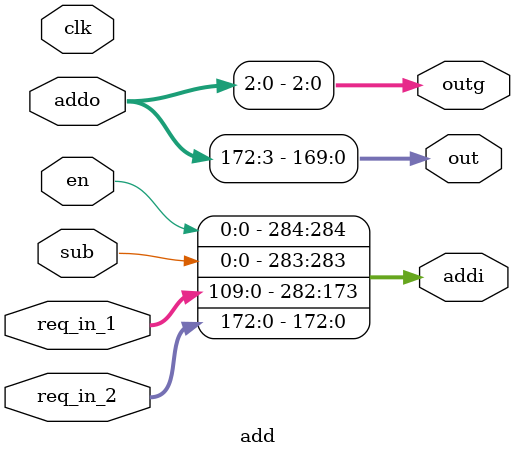
<source format=sv>
typedef struct packed {
   logic       en;
   logic [26:0] req_in_1;
   logic [26:0] req_in_2;
} mulit;

typedef struct packed {
   logic [53:0] out;
} mulot;

typedef struct packed {
   logic       en;
   logic       sub;
   logic [109:0] req_in_1;
   logic [172:0] req_in_2;
} addit;

typedef struct packed {
   logic [169:0] out;
   logic [2:0]   outg;
} addot;

module fma
  (
   input logic         clk,
   input logic         reset,
   input logic         req,
   input integer       req_command,
   input logic [63:0]  x,
   input logic [63:0]  y,
   input logic [63:0]  z,
   output logic [63:0] rslt,
   output logic [4:0]  flag
   );

   mulit muli00,muli01;
   mulot mulo00,mulo01;
   mulit muli10,muli11;
   mulot mulo10,mulo11;
   mulit mulis0,mulis1;
   mulot mulos0,mulos1;

   always_comb begin
      if(muli00.en)begin
         mulis0 = muli00;
         mulis1 = muli01;
      end else begin
         mulis0 = muli10;
         mulis1 = muli11;
      end
      mulo00 = mulos0;
      mulo01 = mulos1;
      mulo10 = mulos0;
      mulo11 = mulos1;
   end

   mul0 mul0
     (
      .clk(clk),
      .en(mulis0.en),
      .out(mulos0.out[53:0]),
      .req_in_1(mulis0.req_in_1[26:0]),
      .req_in_2(mulis0.req_in_2[26:0])
   );

   mul0 mul1
     (
      .clk(clk),
      .en(mulis1.en),
      .out(mulos1.out[53:0]),
      .req_in_1(mulis1.req_in_1[26:0]),
      .req_in_2(mulis1.req_in_2[26:0])
   );

   addit addi1;
   addot addo1;
   addit addi2;
   addot addo2;
   addit addis;
   addot addos;

   always_comb begin
      if(addi1.en)begin
         addis = addi1;
      end else begin
         addis = addi2;
      end
      addo1 = addos;
      addo2 = addos;
   end

   add0 add0
     (
      .clk(clk),
      .en(addis.en),
      .out(addos.out[169:0]),
      .outg(addos.outg[2:0]),
      .sub(addis.sub),
      .req_in_1(addis.req_in_1[109:0]),
      .req_in_2(addis.req_in_2[172:0])
   );

   fmad fmad
     (
      .clk(clk),
      .reset(reset),
      .req(req),
      .req_command(req_command),
      .x(x[63:0]),
      .y(y[63:0]),
      .z(z[63:0]),
      .rslt(rslt[63:0]),
      .flag(flag[4:0]),
      .muli00(muli00),
      .mulo00(mulo00),
      .muli01(muli01),
      .mulo01(mulo01),
      .muli10(muli10),
      .mulo10(mulo10),
      .muli11(muli11),
      .mulo11(mulo11),
      .addi1(addi1),
      .addo1(addo1),
      .addi2(addi2),
      .addo2(addo2)
      );

endmodule

module mul
  (
   input logic         clk,
   input logic         en,
   output logic [79:0] out,
   input logic [52:0]  req_in_1,
   input logic [26:0]  req_in_2,
   output              mulit muli,
   input               mulot mulo
   );

   assign muli.en = en;
   assign muli.req_in_1 = req_in_1;
   assign muli.req_in_2 = req_in_2;
   assign out = mulo.out;

endmodule

module add
  (
   input logic          clk,
   input logic          en,
   output logic [169:0] out,
   output logic [2:0]   outg,
   input logic          sub,
   input logic [109:0]  req_in_1,
   input logic [172:0]  req_in_2,
   output               addit addi,
   input                addot addo
   );

   assign addi.en = en;
   assign addi.sub = sub;
   assign addi.req_in_1 = req_in_1;
   assign addi.req_in_2 = req_in_2;
   assign out = addo.out;
   assign outg = addo.outg;

endmodule

</source>
